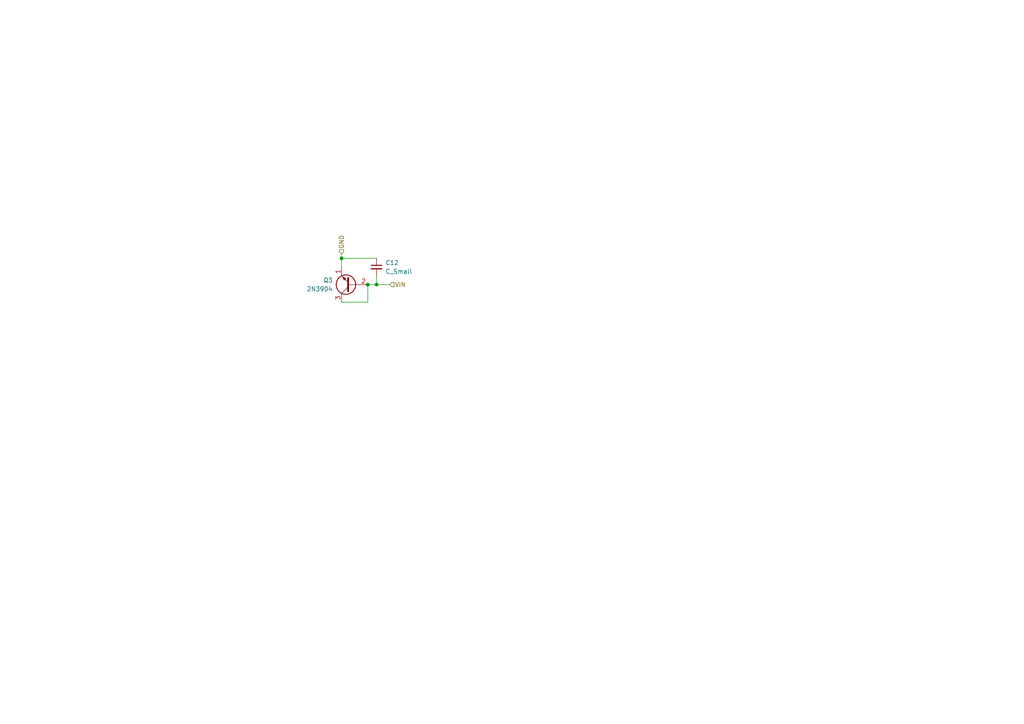
<source format=kicad_sch>
(kicad_sch
	(version 20250114)
	(generator "eeschema")
	(generator_version "9.0")
	(uuid "a4c90e44-5fe7-4333-ae77-86e5ed911ee3")
	(paper "A4")
	(lib_symbols
		(symbol "Device:C_Small"
			(pin_numbers
				(hide yes)
			)
			(pin_names
				(offset 0.254)
				(hide yes)
			)
			(exclude_from_sim no)
			(in_bom yes)
			(on_board yes)
			(property "Reference" "C"
				(at 0.254 1.778 0)
				(effects
					(font
						(size 1.27 1.27)
					)
					(justify left)
				)
			)
			(property "Value" "C_Small"
				(at 0.254 -2.032 0)
				(effects
					(font
						(size 1.27 1.27)
					)
					(justify left)
				)
			)
			(property "Footprint" ""
				(at 0 0 0)
				(effects
					(font
						(size 1.27 1.27)
					)
					(hide yes)
				)
			)
			(property "Datasheet" "~"
				(at 0 0 0)
				(effects
					(font
						(size 1.27 1.27)
					)
					(hide yes)
				)
			)
			(property "Description" "Unpolarized capacitor, small symbol"
				(at 0 0 0)
				(effects
					(font
						(size 1.27 1.27)
					)
					(hide yes)
				)
			)
			(property "ki_keywords" "capacitor cap"
				(at 0 0 0)
				(effects
					(font
						(size 1.27 1.27)
					)
					(hide yes)
				)
			)
			(property "ki_fp_filters" "C_*"
				(at 0 0 0)
				(effects
					(font
						(size 1.27 1.27)
					)
					(hide yes)
				)
			)
			(symbol "C_Small_0_1"
				(polyline
					(pts
						(xy -1.524 0.508) (xy 1.524 0.508)
					)
					(stroke
						(width 0.3048)
						(type default)
					)
					(fill
						(type none)
					)
				)
				(polyline
					(pts
						(xy -1.524 -0.508) (xy 1.524 -0.508)
					)
					(stroke
						(width 0.3302)
						(type default)
					)
					(fill
						(type none)
					)
				)
			)
			(symbol "C_Small_1_1"
				(pin passive line
					(at 0 2.54 270)
					(length 2.032)
					(name "~"
						(effects
							(font
								(size 1.27 1.27)
							)
						)
					)
					(number "1"
						(effects
							(font
								(size 1.27 1.27)
							)
						)
					)
				)
				(pin passive line
					(at 0 -2.54 90)
					(length 2.032)
					(name "~"
						(effects
							(font
								(size 1.27 1.27)
							)
						)
					)
					(number "2"
						(effects
							(font
								(size 1.27 1.27)
							)
						)
					)
				)
			)
			(embedded_fonts no)
		)
		(symbol "Transistor_BJT:2N3904"
			(pin_names
				(offset 0)
				(hide yes)
			)
			(exclude_from_sim no)
			(in_bom yes)
			(on_board yes)
			(property "Reference" "Q"
				(at 5.08 1.905 0)
				(effects
					(font
						(size 1.27 1.27)
					)
					(justify left)
				)
			)
			(property "Value" "2N3904"
				(at 5.08 0 0)
				(effects
					(font
						(size 1.27 1.27)
					)
					(justify left)
				)
			)
			(property "Footprint" "Package_TO_SOT_THT:TO-92_Inline"
				(at 5.08 -1.905 0)
				(effects
					(font
						(size 1.27 1.27)
						(italic yes)
					)
					(justify left)
					(hide yes)
				)
			)
			(property "Datasheet" "https://www.onsemi.com/pub/Collateral/2N3903-D.PDF"
				(at 0 0 0)
				(effects
					(font
						(size 1.27 1.27)
					)
					(justify left)
					(hide yes)
				)
			)
			(property "Description" "0.2A Ic, 40V Vce, Small Signal NPN Transistor, TO-92"
				(at 0 0 0)
				(effects
					(font
						(size 1.27 1.27)
					)
					(hide yes)
				)
			)
			(property "ki_keywords" "NPN Transistor"
				(at 0 0 0)
				(effects
					(font
						(size 1.27 1.27)
					)
					(hide yes)
				)
			)
			(property "ki_fp_filters" "TO?92*"
				(at 0 0 0)
				(effects
					(font
						(size 1.27 1.27)
					)
					(hide yes)
				)
			)
			(symbol "2N3904_0_1"
				(polyline
					(pts
						(xy -2.54 0) (xy 0.635 0)
					)
					(stroke
						(width 0)
						(type default)
					)
					(fill
						(type none)
					)
				)
				(polyline
					(pts
						(xy 0.635 1.905) (xy 0.635 -1.905)
					)
					(stroke
						(width 0.508)
						(type default)
					)
					(fill
						(type none)
					)
				)
				(circle
					(center 1.27 0)
					(radius 2.8194)
					(stroke
						(width 0.254)
						(type default)
					)
					(fill
						(type none)
					)
				)
			)
			(symbol "2N3904_1_1"
				(polyline
					(pts
						(xy 0.635 0.635) (xy 2.54 2.54)
					)
					(stroke
						(width 0)
						(type default)
					)
					(fill
						(type none)
					)
				)
				(polyline
					(pts
						(xy 0.635 -0.635) (xy 2.54 -2.54)
					)
					(stroke
						(width 0)
						(type default)
					)
					(fill
						(type none)
					)
				)
				(polyline
					(pts
						(xy 1.27 -1.778) (xy 1.778 -1.27) (xy 2.286 -2.286) (xy 1.27 -1.778)
					)
					(stroke
						(width 0)
						(type default)
					)
					(fill
						(type outline)
					)
				)
				(pin input line
					(at -5.08 0 0)
					(length 2.54)
					(name "B"
						(effects
							(font
								(size 1.27 1.27)
							)
						)
					)
					(number "2"
						(effects
							(font
								(size 1.27 1.27)
							)
						)
					)
				)
				(pin passive line
					(at 2.54 5.08 270)
					(length 2.54)
					(name "C"
						(effects
							(font
								(size 1.27 1.27)
							)
						)
					)
					(number "3"
						(effects
							(font
								(size 1.27 1.27)
							)
						)
					)
				)
				(pin passive line
					(at 2.54 -5.08 90)
					(length 2.54)
					(name "E"
						(effects
							(font
								(size 1.27 1.27)
							)
						)
					)
					(number "1"
						(effects
							(font
								(size 1.27 1.27)
							)
						)
					)
				)
			)
			(embedded_fonts no)
		)
	)
	(junction
		(at 106.68 82.55)
		(diameter 0)
		(color 0 0 0 0)
		(uuid "7e27ed66-e9cb-4684-8bb9-755c4ecb792a")
	)
	(junction
		(at 109.22 82.55)
		(diameter 0)
		(color 0 0 0 0)
		(uuid "a73c8cf6-4f35-495a-be1d-8b063a0721a5")
	)
	(junction
		(at 99.06 74.93)
		(diameter 0)
		(color 0 0 0 0)
		(uuid "f89e356e-58d4-4074-a9a3-d1c4856f08c2")
	)
	(wire
		(pts
			(xy 106.68 82.55) (xy 109.22 82.55)
		)
		(stroke
			(width 0)
			(type default)
		)
		(uuid "11bdf528-d799-4bd0-8283-1b9083eafb51")
	)
	(wire
		(pts
			(xy 99.06 74.93) (xy 99.06 77.47)
		)
		(stroke
			(width 0)
			(type default)
		)
		(uuid "22d84578-63b5-42b3-b22b-06363fbf45d5")
	)
	(wire
		(pts
			(xy 99.06 87.63) (xy 106.68 87.63)
		)
		(stroke
			(width 0)
			(type default)
		)
		(uuid "23b77a7e-2af5-4778-b015-af37de0f48eb")
	)
	(wire
		(pts
			(xy 109.22 80.01) (xy 109.22 82.55)
		)
		(stroke
			(width 0)
			(type default)
		)
		(uuid "6f24c6f6-7ff5-4b9d-982b-7af43513f620")
	)
	(wire
		(pts
			(xy 106.68 87.63) (xy 106.68 82.55)
		)
		(stroke
			(width 0)
			(type default)
		)
		(uuid "aaa0ed0f-69a2-4b85-a3cd-d523612b11cd")
	)
	(wire
		(pts
			(xy 99.06 73.66) (xy 99.06 74.93)
		)
		(stroke
			(width 0)
			(type default)
		)
		(uuid "ab8e7385-3b1c-4d6f-a6da-3278e83ffb10")
	)
	(wire
		(pts
			(xy 99.06 74.93) (xy 109.22 74.93)
		)
		(stroke
			(width 0)
			(type default)
		)
		(uuid "c9ee0121-a574-4129-a81c-29a9f195804f")
	)
	(wire
		(pts
			(xy 109.22 82.55) (xy 113.03 82.55)
		)
		(stroke
			(width 0)
			(type default)
		)
		(uuid "fee97464-2934-41b8-88de-0e7a74ec2db0")
	)
	(hierarchical_label "GND"
		(shape input)
		(at 99.06 73.66 90)
		(effects
			(font
				(size 1.27 1.27)
			)
			(justify left)
		)
		(uuid "7ad2e374-f76c-4416-aced-ba1da5684eb6")
	)
	(hierarchical_label "VIN"
		(shape input)
		(at 113.03 82.55 0)
		(effects
			(font
				(size 1.27 1.27)
			)
			(justify left)
		)
		(uuid "94aae79a-7c55-48b8-918a-5b77ff3162d3")
	)
	(symbol
		(lib_id "Transistor_BJT:2N3904")
		(at 101.6 82.55 180)
		(unit 1)
		(exclude_from_sim no)
		(in_bom yes)
		(on_board yes)
		(dnp no)
		(fields_autoplaced yes)
		(uuid "0c70716b-e1f6-4b71-aab7-70d7c550755b")
		(property "Reference" "Q3"
			(at 96.52 81.2799 0)
			(effects
				(font
					(size 1.27 1.27)
				)
				(justify left)
			)
		)
		(property "Value" "2N3904"
			(at 96.52 83.8199 0)
			(effects
				(font
					(size 1.27 1.27)
				)
				(justify left)
			)
		)
		(property "Footprint" "Package_TO_SOT_THT:TO-92_Inline"
			(at 96.52 80.645 0)
			(effects
				(font
					(size 1.27 1.27)
					(italic yes)
				)
				(justify left)
				(hide yes)
			)
		)
		(property "Datasheet" "https://www.onsemi.com/pub/Collateral/2N3903-D.PDF"
			(at 101.6 82.55 0)
			(effects
				(font
					(size 1.27 1.27)
				)
				(justify left)
				(hide yes)
			)
		)
		(property "Description" "0.2A Ic, 40V Vce, Small Signal NPN Transistor, TO-92"
			(at 101.6 82.55 0)
			(effects
				(font
					(size 1.27 1.27)
				)
				(hide yes)
			)
		)
		(pin "3"
			(uuid "7c6eac89-b200-4124-849a-83487413ef86")
		)
		(pin "2"
			(uuid "114a20a2-2488-4f60-a8de-3738338042e7")
		)
		(pin "1"
			(uuid "7059656f-9e35-47c0-9de9-0f4ed188024d")
		)
		(instances
			(project ""
				(path "/fa9dc022-1312-44b0-9fb7-b3fdf624cd97/8afe2570-c552-4a25-a3f0-5c28fbbc8408"
					(reference "Q3")
					(unit 1)
				)
				(path "/fa9dc022-1312-44b0-9fb7-b3fdf624cd97/f3cb0023-638f-47d3-83da-d93bb172cf2b"
					(reference "Q2")
					(unit 1)
				)
			)
		)
	)
	(symbol
		(lib_id "Device:C_Small")
		(at 109.22 77.47 0)
		(unit 1)
		(exclude_from_sim no)
		(in_bom yes)
		(on_board yes)
		(dnp no)
		(fields_autoplaced yes)
		(uuid "db7a4d1a-1135-4343-855e-ec44f4c1872a")
		(property "Reference" "C12"
			(at 111.76 76.2062 0)
			(effects
				(font
					(size 1.27 1.27)
				)
				(justify left)
			)
		)
		(property "Value" "C_Small"
			(at 111.76 78.7462 0)
			(effects
				(font
					(size 1.27 1.27)
				)
				(justify left)
			)
		)
		(property "Footprint" ""
			(at 109.22 77.47 0)
			(effects
				(font
					(size 1.27 1.27)
				)
				(hide yes)
			)
		)
		(property "Datasheet" "~"
			(at 109.22 77.47 0)
			(effects
				(font
					(size 1.27 1.27)
				)
				(hide yes)
			)
		)
		(property "Description" "Unpolarized capacitor, small symbol"
			(at 109.22 77.47 0)
			(effects
				(font
					(size 1.27 1.27)
				)
				(hide yes)
			)
		)
		(pin "1"
			(uuid "45c5d027-88b2-49fe-8d3a-03773b57b0bb")
		)
		(pin "2"
			(uuid "8da873ff-0a8e-4063-9f0c-33782d006503")
		)
		(instances
			(project "Thermocouple board"
				(path "/fa9dc022-1312-44b0-9fb7-b3fdf624cd97/8afe2570-c552-4a25-a3f0-5c28fbbc8408"
					(reference "C12")
					(unit 1)
				)
				(path "/fa9dc022-1312-44b0-9fb7-b3fdf624cd97/f3cb0023-638f-47d3-83da-d93bb172cf2b"
					(reference "C25")
					(unit 1)
				)
			)
		)
	)
)

</source>
